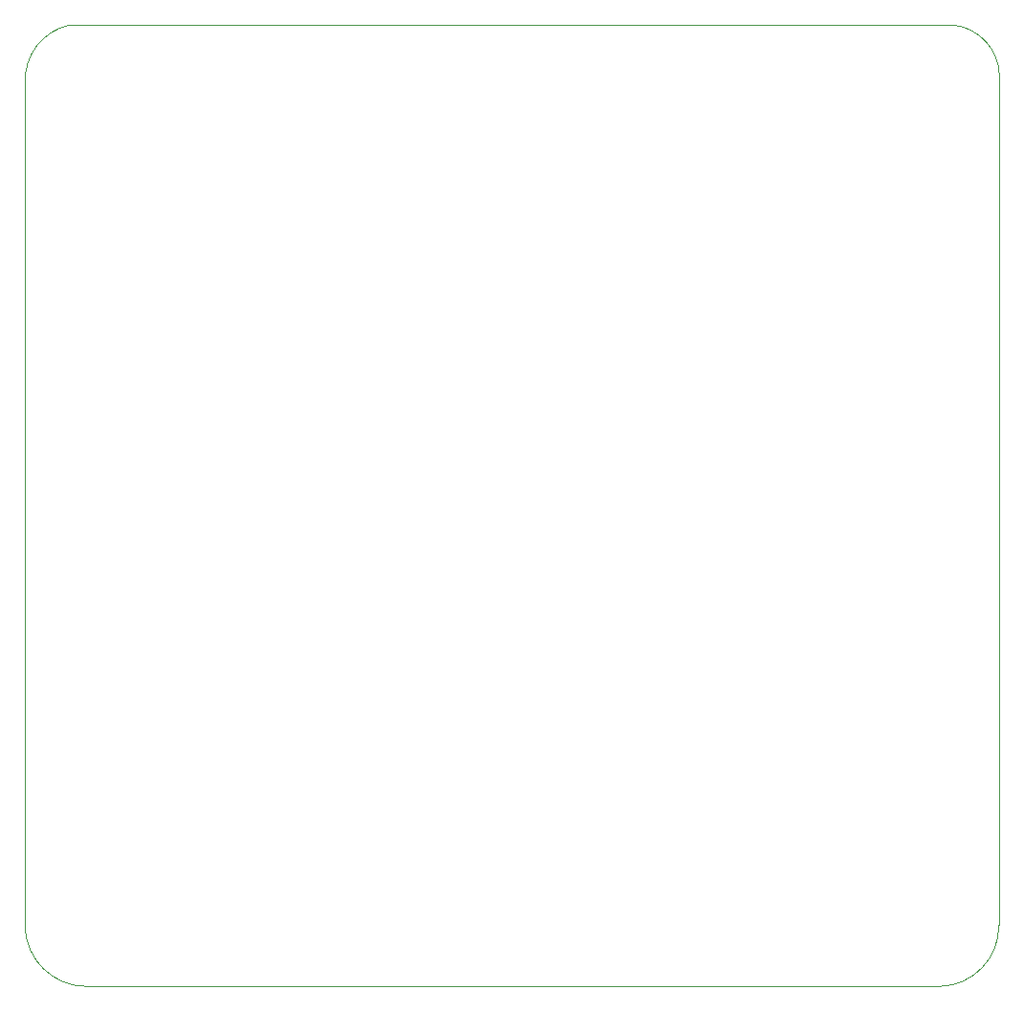
<source format=gbr>
%TF.GenerationSoftware,KiCad,Pcbnew,7.0.10*%
%TF.CreationDate,2024-04-02T20:17:41+05:30*%
%TF.ProjectId,blackpill-tft,626c6163-6b70-4696-9c6c-2d7466742e6b,rev?*%
%TF.SameCoordinates,Original*%
%TF.FileFunction,Profile,NP*%
%FSLAX46Y46*%
G04 Gerber Fmt 4.6, Leading zero omitted, Abs format (unit mm)*
G04 Created by KiCad (PCBNEW 7.0.10) date 2024-04-02 20:17:41*
%MOMM*%
%LPD*%
G01*
G04 APERTURE LIST*
%TA.AperFunction,Profile*%
%ADD10C,0.100000*%
%TD*%
G04 APERTURE END LIST*
D10*
X188479999Y-64770000D02*
X188421503Y-139920540D01*
X106224291Y-60222166D02*
G75*
G03*
X102290000Y-65350000I1035709J-4867834D01*
G01*
X183220000Y-145319998D02*
G75*
G03*
X188421502Y-139920540I-140000J5339998D01*
G01*
X183220000Y-145319999D02*
X107660000Y-145320000D01*
X102262144Y-140030822D02*
G75*
G03*
X107660000Y-145320000I5447856J160822D01*
G01*
X188479998Y-64770000D02*
G75*
G03*
X184331063Y-60213018I-4609998J-30000D01*
G01*
X106224291Y-60222166D02*
X184331063Y-60213017D01*
X102262144Y-140030822D02*
X102290000Y-65350000D01*
M02*

</source>
